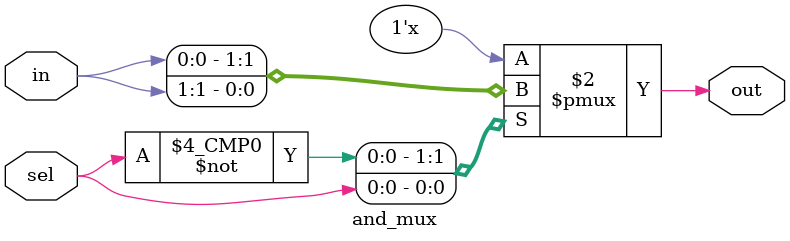
<source format=v>
module and_mux(input[1:0] in, input sel, output reg out);
  always @(*)
    begin
      case(sel)
        1'b0: out=in[0];
        1'b1: out=in[1];
      endcase
    end
     

endmodule

</source>
